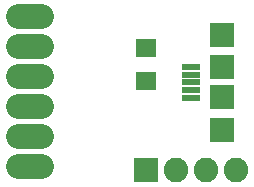
<source format=gbs>
G75*
%MOIN*%
%OFA0B0*%
%FSLAX24Y24*%
%IPPOS*%
%LPD*%
%AMOC8*
5,1,8,0,0,1.08239X$1,22.5*
%
%ADD10C,0.0820*%
%ADD11R,0.0820X0.0820*%
%ADD12C,0.0820*%
%ADD13R,0.0631X0.0218*%
%ADD14R,0.0828X0.0789*%
%ADD15R,0.0828X0.0828*%
%ADD16R,0.0710X0.0631*%
D10*
X002260Y000848D02*
X003000Y000848D01*
X003000Y001848D02*
X002260Y001848D01*
X002260Y002848D02*
X003000Y002848D01*
X003000Y003848D02*
X002260Y003848D01*
X002260Y004848D02*
X003000Y004848D01*
X003000Y005848D02*
X002260Y005848D01*
D11*
X006524Y000721D03*
D12*
X007524Y000721D03*
X008524Y000721D03*
X009524Y000721D03*
D13*
X008007Y003138D03*
X008007Y003394D03*
X008007Y003650D03*
X008007Y003906D03*
X008007Y004162D03*
D14*
X009050Y005225D03*
X009050Y002075D03*
D15*
X009050Y003150D03*
X009050Y004150D03*
D16*
X006500Y003699D03*
X006500Y004801D03*
M02*

</source>
